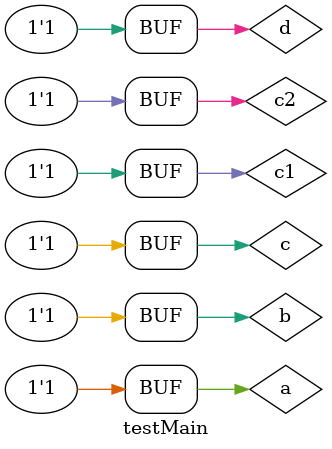
<source format=v>

module circEx34(output ac, output bd, input a, input b, input c, input d, input C1, input C2);
	
	wire o1, no1, x1, xo1, o2, no2, x2, xo2; 
	wire n1, n2, n3, n4, n5, n6, n7, n8; 
	wire s0, s1, s2, s3, s4, s5, s6, s7; 
	
	or	   O1  (o1, a, c);	
	nor   NO1 (no1, a, c);
	xor	XO1 (x1, a, c);
	xnor  XNO1(xo1, a, c);
	
	or	   O2  (o2, b, d);	
	nor   NO2 (no2, b, d);
	xor	XO2 (x2, b, d);
	xnor  XNO2(xo2, b, d);
	
	not 	N1(n1, C1);
	not 	N2(n2, C2);
	not 	N3(n3, C1);
	not 	N4(n4, C2);
	not 	N5(n5, C1);
	not 	N6(n6, C2);
	not 	N7(n7, C1);
	not 	N8(n8, C2);
	
	and 	A1(s0, o1, n1, n2);
	and 	A2(s1, no1, n3, C2);	
	and 	A3(s2, x1, C1, n4);
	and 	A4(s3, xo1, C1, C2);
	and 	A5(s4, o2, n5, n6);
	and 	A6(s5, no2, n7, C2);	
	and 	A7(s6, x2, C1, n8);
	and 	A8(s7, xo2, C1, C2);
	
	or		OR1(ac, s0, s1, s2, s3);
	or		OR2(bd, s4, s5, s6, s7);
	
endmodule

// ---------------------------------
// -- Modulo testador
// ---------------------------------
module testMain; 
// --------------------------------- definir dados 
	reg 	a, b, c, d;
	reg 	c1, c2;
	wire 	s0, s1;
	
// --------------------------------- instanciando
	circEx34 C1(s0, s1, a, b, c, d, c1, c2);
	
// --------------------------------- inicializacao
	initial begin:start
		a = 0;
		b = 0;
		c = 0;
		d = 0;
		c1 = 0;
		c2 = 0;  
	end 
// --------------------------------- parte principal 
	initial begin 
		$display("Exemplo0034 - Sad - 440265"); 
		$display("Test LU's module");
		$display("Switch = 00 -> OR");
		$monitor(" %b%b   %b%b = OR -> %b%b", a, b, c, d, s0, s1); 
		
	// --------------------------------- projetar testes do modulo 
		#1
		a = 0; b = 0; c = 0; d = 0; c1 = 0; c2 = 0;
		#1
		a = 0; b = 0; c = 0; d = 1; c1 = 0; c2 = 0;
		#1
		a = 0; b = 0; c = 1; d = 0; c1 = 0; c2 = 0;
		#1
		a = 0; b = 0; c = 1; d = 1; c1 = 0; c2 = 0;
		#1
		a = 0; b = 1; c = 0; d = 0; c1 = 0; c2 = 0;
		#1
		a = 0; b = 1; c = 0; d = 1; c1 = 0; c2 = 0;
		#1
		a = 0; b = 1; c = 1; d = 0; c1 = 0; c2 = 0;
		#1
		a = 0; b = 1; c = 1; d = 1; c1 = 0; c2 = 0;
		#1
		a = 1; b = 0; c = 0; d = 0; c1 = 0; c2 = 0;
		#1
		a = 1; b = 0; c = 0; d = 1; c1 = 0; c2 = 0;
		#1
		a = 1; b = 0; c = 1; d = 0; c1 = 0; c2 = 0;
		#1
		a = 1; b = 0; c = 1; d = 1; c1 = 0; c2 = 0;
		#1
		a = 1; b = 1; c = 0; d = 0; c1 = 0; c2 = 0;
		#1
		a = 1; b = 1; c = 0; d = 1; c1 = 0; c2 = 0;
		#1
		a = 1; b = 1; c = 1; d = 0; c1 = 0; c2 = 0;
		#1
		a = 1; b = 1; c = 1; d = 1; c1 = 0; c2 = 0;
		#1
		a = 0; b = 0; c = 0; d = 0; c1 = 0; c2 = 1;
		
		$display("-----------------------");
		$display("Switch = 01 -> NOR");
		$monitor(" %b%b   %b%b = NOR -> %b%b ", a, b, c, d, s0, s1);
		#1
		a = 0; b = 0; c = 0; d = 1; c1 = 0; c2 = 1;
		#1
		a = 0; b = 0; c = 1; d = 0; c1 = 0; c2 = 1;
		#1
		a = 0; b = 0; c = 1; d = 1; c1 = 0; c2 = 1;
		#1
		a = 0; b = 1; c = 0; d = 0; c1 = 0; c2 = 1;
		#1
		a = 0; b = 1; c = 0; d = 1; c1 = 0; c2 = 1;
		#1
		a = 0; b = 1; c = 1; d = 0; c1 = 0; c2 = 1;		
		#1
		a = 0; b = 1; c = 1; d = 1; c1 = 0; c2 = 1;
		#1
		a = 1; b = 0; c = 0; d = 0; c1 = 0; c2 = 1;
		#1
		a = 1; b = 0; c = 0; d = 1; c1 = 0; c2 = 1;
		#1
		a = 1; b = 0; c = 1; d = 0; c1 = 0; c2 = 1;
		#1
		a = 1; b = 0; c = 1; d = 1; c1 = 0; c2 = 1;
		#1
		a = 1; b = 1; c = 0; d = 0; c1 = 0; c2 = 1;
		#1
		a = 1; b = 1; c = 0; d = 1; c1 = 0; c2 = 1;
		#1
		a = 1; b = 1; c = 1; d = 0; c1 = 0; c2 = 1;
		#1
		a = 1; b = 1; c = 1; d = 1; c1 = 0; c2 = 1;
		#1
		a = 0; b = 0; c = 0; d = 0; c1 = 1; c2 = 0;
		
		$display("-----------------------");
		$display("Switch = 10 -> XOR");
		$monitor(" %b%b   %b%b = XOR -> %b%b ", a, b, c, d, s0, s1);
		#1
		a = 0; b = 0; c = 0; d = 1; c1 = 1; c2 = 0;
		#1
		a = 0; b = 0; c = 1; d = 0; c1 = 1; c2 = 0;
		#1
		a = 0; b = 0; c = 1; d = 1; c1 = 1; c2 = 0;
		#1
		a = 0; b = 1; c = 0; d = 0; c1 = 1; c2 = 0;
		#1
		a = 0; b = 1; c = 0; d = 1; c1 = 1; c2 = 0;
		#1
		a = 0; b = 1; c = 1; d = 0; c1 = 1; c2 = 0;		
		#1
		a = 0; b = 1; c = 1; d = 1; c1 = 1; c2 = 0;
		#1
		a = 1; b = 0; c = 0; d = 0; c1 = 1; c2 = 0;
		#1
		a = 1; b = 0; c = 0; d = 1; c1 = 1; c2 = 0;
		#1
		a = 1; b = 0; c = 1; d = 0; c1 = 1; c2 = 0;
		#1
		a = 1; b = 0; c = 1; d = 1; c1 = 1; c2 = 0;
		#1
		a = 1; b = 1; c = 0; d = 0; c1 = 1; c2 = 0;
		#1
		a = 1; b = 1; c = 0; d = 1; c1 = 1; c2 = 0;
		#1
		a = 1; b = 1; c = 1; d = 0; c1 = 1; c2 = 0;
		#1
		a = 1; b = 1; c = 1; d = 1; c1 = 1; c2 = 0;
		#1
		a = 0; b = 0; c = 0; d = 0; c1 = 1; c2 = 1;
		
		$display("-----------------------");
		$display("Switch = 11 -> XNOR");
		$monitor(" %b%b   %b%b = XNOR -> %b%b ", a, b, c, d, s0, s1);
		#1
		a = 0; b = 0; c = 0; d = 1; c1 = 1; c2 = 1;
		#1
		a = 0; b = 0; c = 1; d = 0; c1 = 1; c2 = 1;
		#1
		a = 0; b = 0; c = 1; d = 1; c1 = 1; c2 = 1;
		#1
		a = 0; b = 1; c = 0; d = 0; c1 = 1; c2 = 1;
		#1
		a = 0; b = 1; c = 0; d = 1; c1 = 1; c2 = 1;
		#1
		a = 0; b = 1; c = 1; d = 0; c1 = 1; c2 = 1;		
		#1
		a = 0; b = 1; c = 1; d = 1; c1 = 1; c2 = 1;
		#1
		a = 1; b = 0; c = 0; d = 0; c1 = 1; c2 = 1;
		#1
		a = 1; b = 0; c = 0; d = 1; c1 = 1; c2 = 1;
		#1
		a = 1; b = 0; c = 1; d = 0; c1 = 1; c2 = 1;
		#1
		a = 1; b = 0; c = 1; d = 1; c1 = 1; c2 = 1;
		#1
		a = 1; b = 1; c = 0; d = 0; c1 = 1; c2 = 1;
		#1
		a = 1; b = 1; c = 0; d = 1; c1 = 1; c2 = 1;
		#1
		a = 1; b = 1; c = 1; d = 0; c1 = 1; c2 = 1;
		#1
		a = 1; b = 1; c = 1; d = 1; c1 = 1; c2 = 1;
	end 
endmodule // -- test_f4 
</source>
